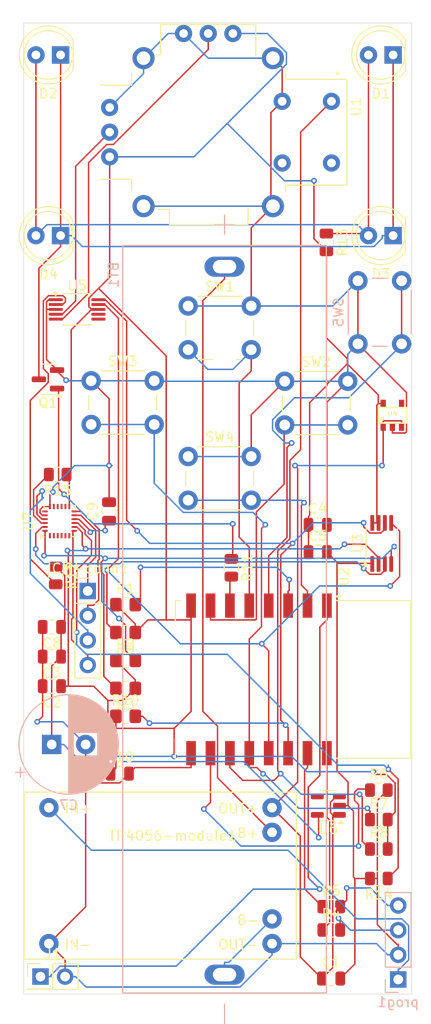
<source format=kicad_pcb>
(kicad_pcb (version 20240108) (generator "pcbnew") (generator_version "8.0")
  (layers (0 "F.Cu" signal) (31 "B.Cu" signal) (34 "B.Paste" user) (35 "F.Paste" user) (36 "B.SilkS" user "B.Silkscreen") (37 "F.SilkS" user "F.Silkscreen") (38 "B.Mask" user) (39 "F.Mask" user) (44 "Edge.Cuts" user))
  (net 0 "")
  (net 1 "+3.3V")
  (net 2 "GND")
  (net 3 "+5C")
  (net 4 "Net-(TP4056-module1-b-)")
  (net 5 "/tx-out")
  (net 6 "Net-(D1-K)")
  (net 7 "/rx-out")
  (net 8 "Net-(TP4056-module1-b+)")
  (net 9 "Net-(J1-Pin_1)")
  (net 10 "/tx")
  (net 11 "/SCL")
  (net 12 "/SDA")
  (net 13 "/btnA")
  (net 14 "/btn_103-530")
  (net 15 "/btnY")
  (net 16 "/btnB")
  (net 17 "/btnX")
  (net 18 "/analog0")
  (net 19 "/analog1")
  (net 20 "Net-(D1-A)")
  (net 21 "+4.2V")
  (net 23 "+1.8V")
  (net 24 "/SCL_1.8")
  (net 25 "/SDA_1.8")
  (net 26 "/rx")
  (net 27 "Net-(Q1-B)")
  (net 28 "/led-output")
  (net 29 "Net-(U7-REGOUT)")
  (net 30 "/aux_cl")
  (net 31 "Net-(ICM-conn1-Pin_2)")
  (net 32 "/aux-da")
  (net 33 "Net-(ICM-conn1-Pin_1)")
  (net 34 "Net-(U2-EN)")
  (net 35 "Net-(U2-GPIO15)")
  (net 36 "Net-(U5-ALERT{slash}RDY)")
  (net 37 "Net-(U7-SDO{slash}AD0)")
  (net 38 "Net-(U7-~{CS})")
  (net 39 "Net-(SW4-D)")
  (footprint "LED_THT:LED_D5.0mm" (layer "F.Cu") (at 125.4 46.8 180)
    (property "Reference" "D2")
    (property "Value" "LED")
  )
  (footprint "Resistor_SMD:R_0805_2012Metric" (layer "F.Cu") (at 153.3 136.9)
    (property "Reference" "R4")
    (property "Value" "R-100")
  )
  (footprint "Resistor_SMD:R_0805_2012Metric" (layer "F.Cu") (at 152.8 66.1 -90)
    (property "Reference" "R13")
    (property "Value" "R-100")
  )
  (footprint "Resistor_SMD:R_0805_2012Metric" (layer "F.Cu") (at 158.2 131.6 180)
    (property "Reference" "R14")
    (property "Value" "R-10k")
  )
  (footprint "Sensor_Motion:InvenSense_QFN-24_3x3mm_P0.4mm" (layer "F.Cu") (at 125.3 94.8 90)
    (property "Reference" "U7")
    (property "Value" "ICM-20948")
  )
  (footprint "module-custom-for-esp8266:SW_PUSH_6mm_H4.3mm" (layer "F.Cu") (at 128.55 80.35)
    (property "Reference" "SW3")
    (property "Value" "SW_PUSH_6mm_H4.3mm")
  )
  (footprint "module-custom-for-esp8266:XDCR_COM-09032-103-530" (layer "F.Cu") (at 140.6187 54.75 -90)
    (property "Reference" "U1")
    (property "Value" "COM-09032-103-530")
  )
  (footprint "LED_THT:LED_D5.0mm" (layer "F.Cu") (at 159.675 65.4 180)
    (property "Reference" "D3")
    (property "Value" "LED")
  )
  (footprint "module-custom-for-esp8266:SOT25" (layer "F.Cu") (at 159.6 83.9)
    (property "Reference" "U4")
    (property "Value" "AP2112K-3.3" (hide yes))
  )
  (footprint "Connector_PinHeader_2.54mm:PinHeader_2x01_P2.54mm_Vertical" (layer "F.Cu") (at 123.325 141.7)
    (property "Reference" "J1")
    (property "Value" "reset")
  )
  (footprint "Capacitor_SMD:C_0805_2012Metric" (layer "F.Cu") (at 130.4 93.8 90)
    (property "Reference" "C9")
    (property "Value" "0.1uF")
  )
  (footprint "Capacitor_SMD:C_0805_2012Metric" (layer "F.Cu") (at 124.5 105.7 180)
    (property "Reference" "C8")
    (property "Value" "0.1uF")
  )
  (footprint "Resistor_SMD:R_0805_2012Metric" (layer "F.Cu") (at 158.2 125.5333)
    (property "Reference" "R7")
    (property "Value" "R-10k")
  )
  (footprint "Capacitor_SMD:C_0805_2012Metric" (layer "F.Cu") (at 124.5 108.75 180)
    (property "Reference" "C3")
    (property "Value" "0.1uF")
  )
  (footprint "Package_SO:VSSOP-10_3x3mm_P0.5mm" (layer "F.Cu") (at 127.1 73)
    (property "Reference" "U5")
    (property "Value" "ADS1015IDGS")
  )
  (footprint "Package_TO_SOT_SMD:SOT-23" (layer "F.Cu") (at 124.1 80.2 180)
    (property "Reference" "Q1")
    (property "Value" "G1")
  )
  (footprint "Package_TO_SOT_SMD:SOT-23-5" (layer "F.Cu") (at 153 124.1 180)
    (property "Reference" "U6")
    (property "Value" "ME6211C18M5")
  )
  (footprint "Resistor_SMD:R_0805_2012Metric_Pad1.20x1.40mm_HandSolder" (layer "F.Cu") (at 132.1 103.4)
    (property "Reference" "R1")
    (property "Value" "4k7")
  )
  (footprint "module-custom-for-esp8266:SW_PUSH_6mm_H4.3mm" (layer "F.Cu") (at 138.55 88.15)
    (property "Reference" "SW4")
    (property "Value" "btn-start")
  )
  (footprint "Connector_PinHeader_2.54mm:PinHeader_1x04_P2.54mm_Vertical" (layer "F.Cu") (at 128.2 102)
    (property "Reference" "ICM-conn1")
    (property "Value" "AUX-ICM-no!")
  )
  (footprint "Resistor_SMD:R_0805_2012Metric" (layer "F.Cu") (at 153.3 134.5)
    (property "Reference" "R5")
    (property "Value" "R-100")
  )
  (footprint "Resistor_SMD:R_0805_2012Metric_Pad1.20x1.40mm_HandSolder" (layer "F.Cu") (at 132.1 112.025 180)
    (property "Reference" "R3")
    (property "Value" "4k7")
  )
  (footprint "Capacitor_SMD:C_0805_2012Metric" (layer "F.Cu") (at 151.9 95.185)
    (property "Reference" "C4")
    (property "Value" "0.1uF")
  )
  (footprint "Resistor_SMD:R_0805_2012Metric_Pad1.20x1.40mm_HandSolder" (layer "F.Cu") (at 132.1 114.9)
    (property "Reference" "R10")
    (property "Value" "4k7")
  )
  (footprint "Resistor_SMD:R_0805_2012Metric" (layer "F.Cu") (at 124.9 100.4 -90)
    (property "Reference" "R12")
    (property "Value" "R-10k")
  )
  (footprint "module-custom-for-esp8266:ESP-12E_no_pins" (layer "F.Cu") (at 149.35 111.1 -90)
    (property "Reference" "U2")
    (property "Value" "ESP-12E-no_pins")
  )
  (footprint "Resistor_SMD:R_0805_2012Metric_Pad1.20x1.40mm_HandSolder" (layer "F.Cu") (at 132.1 106.275 180)
    (property "Reference" "R9")
    (property "Value" "4k7")
  )
  (footprint "Capacitor_SMD:C_0805_2012Metric" (layer "F.Cu") (at 124.5 111.8 180)
    (property "Reference" "C2")
    (property "Value" "0.1uF")
  )
  (footprint "Resistor_SMD:R_0805_2012Metric" (layer "F.Cu") (at 143 99.6 -90)
    (property "Reference" "R11")
    (property "Value" "R-1k")
  )
  (footprint "LED_THT:LED_D5.0mm" (layer "F.Cu") (at 159.675 46.8 180)
    (property "Reference" "D1")
    (property "Value" "LED")
  )
  (footprint "Package_SO:MSOP-8_3x3mm_P0.65mm" (layer "F.Cu") (at 158.5 97.1 90)
    (property "Reference" "U3")
    (property "Value" "PCA9306")
  )
  (footprint "LED_THT:LED_D5.0mm" (layer "F.Cu") (at 125.4 65.4 180)
    (property "Reference" "D4")
    (property "Value" "LED")
  )
  (footprint "Capacitor_SMD:C_0805_2012Metric" (layer "F.Cu") (at 153.28 141.9)
    (property "Reference" "C1")
    (property "Value" "0.1uF")
  )
  (footprint "module-custom-for-esp8266:TP4056-Module" (layer "F.Cu") (at 121.695 139.905)
    (property "Reference" "TP4056-module1")
    (property "Value" "~")
  )
  (footprint "Resistor_SMD:R_0805_2012Metric" (layer "F.Cu") (at 125.1 90 180)
    (property "Reference" "R15")
    (property "Value" "R-10k")
  )
  (footprint "module-custom-for-esp8266:SW_PUSH_6mm_H4.3mm" (layer "F.Cu") (at 148.5 80.4)
    (property "Reference" "SW2")
    (property "Value" "SW_PUSH_6mm_H4.3mm")
  )
  (footprint "Resistor_SMD:R_0805_2012Metric_Pad1.20x1.40mm_HandSolder" (layer "F.Cu") (at 132.1 109.15)
    (property "Reference" "R2")
    (property "Value" "4k7")
  )
  (footprint "Resistor_SMD:R_0805_2012Metric" (layer "F.Cu") (at 158.2 128.5667)
    (property "Reference" "R8")
    (property "Value" "R-10k")
  )
  (footprint "Capacitor_SMD:C_0805_2012Metric" (layer "F.Cu") (at 151.9 98)
    (property "Reference" "C5")
    (property "Value" "10uF")
  )
  (footprint "Capacitor_SMD:C_0805_2012Metric" (layer "F.Cu") (at 131.5 120.8)
    (property "Reference" "C10")
    (property "Value" "10uF")
  )
  (footprint "module-custom-for-esp8266:SW_PUSH_6mm_H4.3mm" (layer "F.Cu") (at 138.55 72.65)
    (property "Reference" "SW1")
    (property "Value" "SW_PUSH_6mm_H4.3mm")
  )
  (footprint "Resistor_SMD:R_0805_2012Metric" (layer "F.Cu") (at 158.2 122.5)
    (property "Reference" "R6")
    (property "Value" "R-10k")
  )
  (footprint "module-custom-for-esp8266:BAT_BK-18650-PC2-battery-holder" (layer "B.Cu") (at 142.3 104.9 -90)
    (property "Reference" "BT1")
    (property "Value" "BK-18650-PC2")
  )
  (footprint "Connector_PinHeader_2.54mm:PinHeader_1x04_P2.54mm_Vertical" (layer "B.Cu") (at 160.2 142)
    (property "Reference" "prog1")
    (property "Value" "prog")
  )
  (footprint "module-custom-for-esp8266:SW_PUSH_6mm_H4.3mm" (layer "B.Cu") (at 156.05 70.05 -90)
    (property "Reference" "SW5")
    (property "Value" "SW_PUSH_6mm_H4.3mm")
  )
  (footprint "Capacitor_THT:CP_Radial_D10.0mm_P3.50mm" (layer "B.Cu") (at 124.4823 117.8)
    (property "Reference" "C7")
    (property "Value" "C_Electrolitic_3.3V")
  )
  (gr_rect (start 121.6 43.5) (end 161.6 143.5) (stroke (width 0.05)) (fill none) (layer "Edge.Cuts"))
  (segment (start 152.8701 80.7972) (end 152.8701 80.6846) (width 0.15) (layer "F.Cu") (net 1))
  (segment (start 126.3 90.2875) (end 126.3 93.3) (width 0.15) (layer "F.Cu") (net 1))
  (segment (start 150.95 95.185) (end 150.95 94.319) (width 0.15) (layer "F.Cu") (net 1))
  (segment (start 158.9802 120.8845) (end 159.8813 121.7856) (width 0.15) (layer "F.Cu") (net 1))
  (segment (start 125.45 105.7) (end 125.8321 105.3179) (width 0.15) (layer "F.Cu") (net 1))
  (segment (start 126.0125 90) (end 126.4953 89.5172) (width 0.15) (layer "F.Cu") (net 1))
  (segment (start 158.1483 82.7) (end 157.9997 82.8486) (width 0.15) (layer "F.Cu") (net 1))
  (segment (start 125.8321 100.4196) (end 124.9 99.4875) (width 0.15) (layer "F.Cu") (net 1))
  (segment (start 159.8813 124.7645) (end 159.1125 125.5333) (width 0.15) (layer "F.Cu") (net 1))
  (segment (start 157.9997 94.9875) (end 157.525 94.9875) (width 0.15) (layer "F.Cu") (net 1))
  (segment (start 152.8701 80.6846) (end 154.9473 78.6074) (width 0.15) (layer "F.Cu") (net 1))
  (segment (start 152.8 67.0125) (end 151.5177 65.7302) (width 0.15) (layer "F.Cu") (net 1))
  (segment (start 152.8 75.9253) (end 152.8 67.0125) (width 0.15) (layer "F.Cu") (net 1))
  (segment (start 158.1483 82.7) (end 158.1483 81.8085) (width 0.15) (layer "F.Cu") (net 1))
  (segment (start 157.6456 120.6028) (end 157.9273 120.8845) (width 0.15) (layer "F.Cu") (net 1))
  (segment (start 136.2851 77.793) (end 129.3201 70.8279) (width 0.15) (layer "F.Cu") (net 1))
  (segment (start 138.85 114.3962) (end 137.1038 116.1424) (width 0.15) (layer "F.Cu") (net 1))
  (segment (start 126.0125 90) (end 126.3 90.2875) (width 0.15) (layer "F.Cu") (net 1))
  (segment (start 125.45 108.75) (end 125.45 105.7) (width 0.15) (layer "F.Cu") (net 1))
  (segment (start 151.0717 82.5956) (end 152.8701 80.7972) (width 0.15) (layer "F.Cu") (net 1))
  (segment (start 154.9472 78.6074) (end 154.9472 78.0725) (width 0.15) (layer "F.Cu") (net 1))
  (segment (start 158.175 94.9875) (end 157.9997 94.9875) (width 0.15) (layer "F.Cu") (net 1))
  (segment (start 150.95 94.319) (end 151.0717 94.1973) (width 0.15) (layer "F.Cu") (net 1))
  (segment (start 128.3154 72.7192) (end 128.3154 71.8326) (width 0.15) (layer "F.Cu") (net 1))
  (segment (start 133.1 106.275) (end 134.3983 104.9767) (width 0.15) (layer "F.Cu") (net 1))
  (segment (start 130.4587 69.6893) (end 130.4587 57.29) (width 0.15) (layer "F.Cu") (net 1))
  (segment (start 158.1483 81.8085) (end 154.9473 78.6074) (width 0.15) (layer "F.Cu") (net 1))
  (segment (start 157.6456 120.6028) (end 157.9273 120.8845) (width 0.15) (layer "F.Cu") (net 1))
  (segment (start 150.95 98) (end 150.95 95.185) (width 0.15) (layer "F.Cu") (net 1))
  (segment (start 157.9997 82.8486) (end 157.9997 94.9875) (width 0.15) (layer "F.Cu") (net 1))
  (segment (start 125.8321 105.3179) (end 125.8321 100.4196) (width 0.15) (layer "F.Cu") (net 1))
  (segment (start 131.1 116.1424) (end 131.1 120.25) (width 0.15) (layer "F.Cu") (net 1))
  (segment (start 131.1 114.9) (end 131.1 116.1424) (width 0.15) (layer "F.Cu") (net 1))
  (segment (start 126.4953 89.5172) (end 126.4953 75.1009) (width 0.15) (layer "F.Cu") (net 1))
  (segment (start 136.2851 104.9767) (end 136.2851 77.793) (width 0.15) (layer "F.Cu") (net 1))
  (segment (start 154.9473 78.6074) (end 154.9472 78.6074) (width 0.15) (layer "F.Cu") (net 1))
  (segment (start 134.3983 104.9767) (end 136.2851 104.9767) (width 0.15) (layer "F.Cu") (net 1))
  (segment (start 128.5962 73) (end 128.3154 72.7192) (width 0.15) (layer "F.Cu") (net 1))
  (segment (start 157.9273 120.8845) (end 157.6456 120.6028) (width 0.15) (layer "F.Cu") (net 1))
  (segment (start 124.4823 117.8) (end 124.4823 109.7177) (width 0.15) (layer "F.Cu") (net 1))
  (segment (start 133.1 105.4) (end 133.1 106.275) (width 0.15) (layer "F.Cu") (net 1))
  (segment (start 151.0717 94.1973) (end 151.0717 82.5956) (width 0.15) (layer "F.Cu") (net 1))
  (segment (start 154.9472 78.0725) (end 152.8 75.9253) (width 0.15) (layer "F.Cu") (net 1))
  (segment (start 138.85 103.5) (end 138.85 104.9767) (width 0.15) (layer "F.Cu") (net 1))
  (segment (start 157.9273 120.8845) (end 158.9802 120.8845) (width 0.15) (layer "F.Cu") (net 1))
  (segment (start 128.3154 71.8326) (end 129.3201 70.8279) (width 0.15) (layer "F.Cu") (net 1))
  (segment (start 138.85 104.9767) (end 138.85 114.3962) (width 0.15) (layer "F.Cu") (net 1))
  (segment (start 131.1 120.25) (end 130.55 120.8) (width 0.15) (layer "F.Cu") (net 1))
  (segment (start 158.65 82.7) (end 158.1483 82.7) (width 0.15) (layer "F.Cu") (net 1))
  (segment (start 137.1038 116.1424) (end 131.1 116.1424) (width 0.15) (layer "F.Cu") (net 1))
  (segment (start 137.1038 116.1424) (end 137.1038 119.0267) (width 0.15) (layer "F.Cu") (net 1))
  (segment (start 126.4953 75.1009) (end 128.5962 73) (width 0.15) (layer "F.Cu") (net 1))
  (segment (start 128.5962 73) (end 129.3 73) (width 0.15) (layer "F.Cu") (net 1))
  (segment (start 159.8813 121.7856) (end 159.8813 124.7645) (width 0.15) (layer "F.Cu") (net 1))
  (segment (start 129.3201 70.8279) (end 130.4587 69.6893) (width 0.15) (layer "F.Cu") (net 1))
  (segment (start 136.2851 104.9767) (end 138.85 104.9767) (width 0.15) (layer "F.Cu") (net 1))
  (segment (start 124.4823 109.7177) (end 125.45 108.75) (width 0.15) (layer "F.Cu") (net 1))
  (segment (start 151.5177 65.7302) (end 151.5177 59.7523) (width 0.15) (layer "F.Cu") (net 1))
  (segment (start 131.1 103.4) (end 133.1 105.4) (width 0.15) (layer "F.Cu") (net 1))
  (segment (start 159.1125 128.5667) (end 159.1125 125.5333) (width 0.15) (layer "F.Cu") (net 1))
  (via (at 137.1038 119.0267) (size 0.6) (drill 0.3) (layers "F.Cu" "B.Cu") (net 1))
  (via (at 151.5177 59.7523) (size 0.6) (drill 0.3) (layers "F.Cu" "B.Cu") (net 1))
  (via (at 157.6456 120.6028) (size 0.6) (drill 0.3) (layers "F.Cu" "B.Cu") (net 1))
  (segment (start 157.6456 120.6028) (end 157.9273 120.8845) (width 0.15) (layer "B.Cu") (net 1))
  (segment (start 149.2155 119.0267) (end 137.1038 119.0267) (width 0.15) (layer "B.Cu") (net 1))
  (segment (start 124.4823 117.8) (end 125.709 117.8) (width 0.15) (layer "B.Cu") (net 1))
  (segment (start 142.5741 53.8535) (end 139.1376 57.29) (width 0.15) (layer "B.Cu") (net 1))
  (segment (start 143.1587 44.59) (end 146.712 44.59) (width 0.15) (layer "B.Cu") (net 1))
  (segment (start 157.9273 120.8845) (end 157.6456 120.6028) (width 0.15) (layer "B.Cu") (net 1))
  (segment (start 150.7916 120.6028) (end 149.2155 119.0267) (width 0.15) (layer "B.Cu") (net 1))
  (segment (start 148.6794 47.7482) (end 142.5741 53.8535) (width 0.15) (layer "B.Cu") (net 1))
  (segment (start 137.1038 119.0267) (end 126.9357 119.0267) (width 0.15) (layer "B.Cu") (net 1))
  (segment (start 148.6794 46.5574) (end 148.6794 47.7482) (width 0.15) (layer "B.Cu") (net 1))
  (segment (start 157.6456 120.6028) (end 150.7916 120.6028) (width 0.15) (layer "B.Cu") (net 1))
  (segment (start 139.1376 57.29) (end 130.4587 57.29) (width 0.15) (layer "B.Cu") (net 1))
  (segment (start 151.5177 59.7523) (end 148.4729 59.7523) (width 0.15) (layer "B.Cu") (net 1))
  (segment (start 126.9357 119.0267) (end 125.709 117.8) (width 0.15) (layer "B.Cu") (net 1))
  (segment (start 148.4729 59.7523) (end 142.5741 53.8535) (width 0.15) (layer "B.Cu") (net 1))
  (segment (start 146.712 44.59) (end 148.6794 46.5574) (width 0.15) (layer "B.Cu") (net 1))
  (segment (start 124.6 91.8) (end 124.3 92.1) (width 0.15) (layer "F.Cu") (net 2))
  (segment (start 123.55 105.7) (end 123.55 108.75) (width 0.15) (layer "F.Cu") (net 2))
  (segment (start 130.4 89.7869) (end 130.4 89.8179) (width 0.15) (layer "F.Cu") (net 2))
  (segment (start 152.85 95.185) (end 152.85 82.55) (width 0.15) (layer "F.Cu") (net 2))
  (segment (start 159.6 85.1) (end 159.6 85.7267) (width 0.15) (layer "F.Cu") (net 2))
  (segment (start 160.0654 138.3833) (end 158.05 136.3679) (width 0.15) (layer "F.Cu") (net 2))
  (segment (start 153.8922 120.519) (end 155.028 121.6548) (width 0.15) (layer "F.Cu") (net 2))
  (segment (start 153.8922 99.0422) (end 153.8922 99.1533) (width 0.15) (layer "F.Cu") (net 2))
  (segment (start 155.5862 124.6597) (end 155.5862 131.4529) (width 0.15) (layer "F.Cu") (net 2))
  (segment (start 155.7333 131.6) (end 157.2875 131.6) (width 0.15) (layer "F.Cu") (net 2))
  (segment (start 154.23 141.9) (end 155.7333 140.3967) (width 0.15) (layer "F.Cu") (net 2))
  (segment (start 123.6067 93.3) (end 124.3 93.3) (width 0.15) (layer "F.Cu") (net 2))
  (segment (start 152.85 98) (end 152.85 95.185) (width 0.15) (layer "F.Cu") (net 2))
  (segment (start 127.9823 134.5177) (end 127.9823 121.7576) (width 0.15) (layer "F.Cu") (net 2))
  (segment (start 124.3 91.6347) (end 124.667 91.2677) (width 0.15) (layer "F.Cu") (net 2))
  (segment (start 124.3 92.1) (end 124.3 93.3) (width 0.15) (layer "F.Cu") (net 2))
  (segment (start 161.0517 81.5517) (end 156.05 76.55) (width 0.15) (layer "F.Cu") (net 2))
  (segment (start 145.05 83.85) (end 148.5 80.4) (width 0.15) (layer "F.Cu") (net 2))
  (segment (start 158.05 123.5625) (end 158.05 131.6) (width 0.15) (layer "F.Cu") (net 2))
  (segment (start 155.0265 124.1) (end 155.5862 124.6597) (width 0.15) (layer "F.Cu") (net 2))
  (segment (start 156.05 70.05) (end 156.05 76.55) (width 0.15) (layer "F.Cu") (net 2))
  (segment (start 130.4 89.8179) (end 130.4 92.85) (width 0.15) (layer "F.Cu") (net 2))
  (segment (start 123.55 114.9053) (end 123.55 111.8) (width 0.15) (layer "F.Cu") (net 2))
  (segment (start 147.2862 47.13) (end 148.2387 48.0825) (width 0.15) (layer "F.Cu") (net 2))
  (segment (start 138.85 120.1767) (end 133.0733 120.1767) (width 0.15) (layer "F.Cu") (net 2))
  (segment (start 123.55 108.75) (end 123.55 111.8) (width 0.15) (layer "F.Cu") (net 2))
  (segment (start 123.2836 93.9722) (end 123.2836 93.6231) (width 0.15) (layer "F.Cu") (net 2))
  (segment (start 157.525 99.2125) (end 157.4658 99.1533) (width 0.15) (layer "F.Cu") (net 2))
  (segment (start 152.85 98) (end 153.8922 99.0422) (width 0.15) (layer "F.Cu") (net 2))
  (segment (start 131.4924 121.7576) (end 127.9823 121.7576) (width 0.15) (layer "F.Cu") (net 2))
  (segment (start 125.865 141.7) (end 125.865 139.975) (width 0.15) (layer "F.Cu") (net 2))
  (segment (start 161.0517 85.6108) (end 161.0517 81.5517) (width 0.15) (layer "F.Cu") (net 2))
  (segment (start 152.85 82.55) (end 155 80.4) (width 0.15) (layer "F.Cu") (net 2))
  (segment (start 123.2836 93.6231) (end 123.6067 93.3) (width 0.15) (layer "F.Cu") (net 2))
  (segment (start 125.0375 79.3618) (end 125.9672 80.2915) (width 0.15) (layer "F.Cu") (net 2))
  (segment (start 155.028 124.0985) (end 155.0265 124.1) (width 0.15) (layer "F.Cu") (net 2))
  (segment (start 159.1125 122.5) (end 158.05 123.5625) (width 0.15) (layer "F.Cu") (net 2))
  (segment (start 128.55 80.35) (end 130.4 82.2) (width 0.15) (layer "F.Cu") (net 2))
  (segment (start 147.2862 62.37) (end 145.05 64.6062) (width 0.15) (layer "F.Cu") (net 2))
  (segment (start 124.667 91.2677) (end 124.3 91.6347) (width 0.15) (layer "F.Cu") (net 2))
  (segment (start 155.7333 140.3967) (end 155.7333 131.6) (width 0.15) (layer "F.Cu") (net 2))
  (segment (start 130.4 89.0786) (end 130.6989 89.0786) (width 0.15) (layer "F.Cu") (net 2))
  (segment (start 125.0375 79.25) (end 123.9478 78.1603) (width 0.15) (layer "F.Cu") (net 2))
  (segment (start 158.05 136.3679) (end 158.05 131.6) (width 0.15) (layer "F.Cu") (net 2))
  (segment (start 154.1375 124.1) (end 155.0265 124.1) (width 0.15) (layer "F.Cu") (net 2))
  (segment (start 160.9358 85.7267) (end 161.0517 85.6108) (width 0.15) (layer "F.Cu") (net 2))
  (segment (start 123.9478 73) (end 123.9478 72.2223) (width 0.15) (layer "F.Cu") (net 2))
  (segment (start 148.2387 51.575) (end 147.0793 52.7344) (width 0.15) (layer "F.Cu") (net 2))
  (segment (start 157.4658 99.1533) (end 153.8922 99.1533) (width 0.15) (layer "F.Cu") (net 2))
  (segment (start 123.9478 78.1603) (end 123.9478 73) (width 0.15) (layer "F.Cu") (net 2))
  (segment (start 123.9478 72.2223) (end 124.1701 72) (width 0.15) (layer "F.Cu") (net 2))
  (segment (start 132.45 120.8) (end 131.4924 121.7576) (width 0.15) (layer "F.Cu") (net 2))
  (segment (start 123.9478 73) (end 124.9 73) (width 0.15) (layer "F.Cu") (net 2))
  (segment (start 133.0733 120.1767) (end 132.45 120.8) (width 0.15) (layer "F.Cu") (net 2))
  (segment (start 125.0375 79.25) (end 125.0375 79.3618) (width 0.15) (layer "F.Cu") (net 2))
  (segment (start 155.028 121.6548) (end 155.028 124.0985) (width 0.15) (layer "F.Cu") (net 2))
  (segment (start 160.2 138.3833) (end 160.0654 138.3833) (width 0.15) (layer "F.Cu") (net 2))
  (segment (start 123.8 94.2) (end 123.5114 94.2) (width 0.15) (layer "F.Cu") (net 2))
  (segment (start 153.8922 99.1533) (end 153.8922 120.519) (width 0.15) (layer "F.Cu") (net 2))
  (segment (start 138.85 118.7) (end 138.85 120.1767) (width 0.15) (layer "F.Cu") (net 2))
  (segment (start 160.2 139.46) (end 160.2 138.3833) (width 0.15) (layer "F.Cu") (net 2))
  (segment (start 158.05 131.6) (end 157.2875 131.6) (width 0.15) (layer "F.Cu") (net 2))
  (segment (start 130.4 82.2) (end 130.4 89.0786) (width 0.15) (layer "F.Cu") (net 2))
  (segment (start 147.0793 62.1631) (end 147.2862 62.37) (width 0.15) (layer "F.Cu") (net 2))
  (segment (start 145.05 64.6062) (end 145.05 72.65) (width 0.15) (layer "F.Cu") (net 2))
  (segment (start 147.0793 52.7344) (end 147.0793 62.1631) (width 0.15) (layer "F.Cu") (net 2))
  (segment (start 130.4 89.0786) (end 130.4 89.519) (width 0.15) (layer "F.Cu") (net 2))
  (segment (start 130.4 89.519) (end 130.4 89.7869) (width 0.15) (layer "F.Cu") (net 2))
  (segment (start 155.5862 131.4529) (end 155.7333 131.6) (width 0.15) (layer "F.Cu") (net 2))
  (segment (start 125.865 139.975) (end 124.195 138.305) (width 0.15) (layer "F.Cu") (net 2))
  (segment (start 124.1701 72) (end 124.9 72) (width 0.15) (layer "F.Cu") (net 2))
  (segment (start 145.05 88.15) (end 145.05 83.85) (width 0.15) (layer "F.Cu") (net 2))
  (segment (start 159.6 85.7267) (end 160.9358 85.7267) (width 0.15) (layer "F.Cu") (net 2))
  (segment (start 123.5114 94.2) (end 123.2836 93.9722) (width 0.15) (layer "F.Cu") (net 2))
  (segment (start 130.6989 89.0786) (end 130.4 89.0786) (width 0.15) (layer "F.Cu") (net 2))
  (segment (start 148.2387 48.0825) (end 148.2387 51.575) (width 0.15) (layer "F.Cu") (net 2))
  (segment (start 122.9908 115.4645) (end 123.55 114.9053) (width 0.15) (layer "F.Cu") (net 2))
  (segment (start 124.195 138.305) (end 127.9823 134.5177) (width 0.15) (layer "F.Cu") (net 2))
  (segment (start 127.9823 121.7576) (end 127.9823 117.8) (width 0.15) (layer "F.Cu") (net 2))
  (via (at 130.4 89.0786) (size 0.6) (drill 0.3) (layers "F.Cu" "B.Cu") (net 2))
  (via (at 125.9672 80.2915) (size 0.6) (drill 0.3) (layers "F.Cu" "B.Cu") (net 2))
  (via (at 124.6 91.8) (size 0.6) (drill 0.3) (layers "F.Cu" "B.Cu") (net 2))
  (via (at 122.9908 115.4645) (size 0.6) (drill 0.3) (layers "F.Cu" "B.Cu") (net 2))
  (segment (start 135.1 80.4) (end 135.05 80.35) (width 0.15) (layer "B.Cu") (net 2))
  (segment (start 128.55 80.35) (end 126.0257 80.35) (width 0.15) (layer "B.Cu") (net 2))
  (segment (start 124.6 91.8) (end 124.6 91.3347) (width 0.15) (layer "B.Cu") (net 2))
  (segment (start 155 77.6) (end 156.05 76.55) (width 0.15) (layer "B.Cu") (net 2))
  (segment (start 125.6468 115.4645) (end 122.9908 115.4645) (width 0.15) (layer "B.Cu") (net 2))
  (segment (start 157.9683 138.305) (end 159.1233 139.46) (width 0.15) (layer "B.Cu") (net 2))
  (segment (start 136.4912 44.59) (end 133.9512 47.13) (width 0.15) (layer "B.Cu") (net 2))
  (segment (start 130.6989 89.0786) (end 130.4 89.0786) (width 0.15) (layer "B.Cu") (net 2))
  (segment (start 140.6187 47.13) (end 147.2862 47.13) (width 0.15) (layer "B.Cu") (net 2))
  (segment (start 124.3 91.6347) (end 124.4653 91.8) (width 0.15) (layer "B.Cu") (net 2))
  (segment (start 145.05 72.65) (end 153.45 72.65) (width 0.15) (layer "B.Cu") (net 2))
  (segment (start 133.9512 48.7175) (end 133.9512 47.13) (width 0.15) (layer "B.Cu") (net 2))
  (segment (start 138.0787 44.59) (end 140.6187 47.13) (width 0.15) (layer "B.Cu") (net 2))
  (segment (start 143.9008 142.7776) (end 147.195 139.4834) (width 0.15) (layer "B.Cu") (net 2))
  (segment (start 135.05 80.35) (end 128.55 80.35) (width 0.15) (layer "B.Cu") (net 2))
  (segment (start 126.8561 89.0786) (end 130.6989 89.0786) (width 0.15) (layer "B.Cu") (net 2))
  (segment (start 126.0257 80.35) (end 125.9672 80.2915) (width 0.15) (layer "B.Cu") (net 2))
  (segment (start 155 80.4) (end 148.5 80.4) (width 0.15) (layer "B.Cu") (net 2))
  (segment (start 125.865 141.7) (end 126.9417 141.7) (width 0.15) (layer "B.Cu") (net 2))
  (segment (start 153.45 72.65) (end 156.05 70.05) (width 0.15) (layer "B.Cu") (net 2))
  (segment (start 145.05 88.15) (end 138.55 88.15) (width 0.15) (layer "B.Cu") (net 2))
  (segment (start 130.4587 52.21) (end 133.9512 48.7175) (width 0.15) (layer "B.Cu") (net 2))
  (segment (start 138.0787 44.59) (end 136.4912 44.59) (width 0.15) (layer "B.Cu") (net 2))
  (segment (start 126.9417 141.7) (end 128.0193 142.7776) (width 0.15) (layer "B.Cu") (net 2))
  (segment (start 124.667 91.2677) (end 124.3 91.6347) (width 0.15) (layer "B.Cu") (net 2))
  (segment (start 138.55 72.65) (end 145.05 72.65) (width 0.15) (layer "B.Cu") (net 2))
  (segment (start 128.0193 142.7776) (end 143.9008 142.7776) (width 0.15) (layer "B.Cu") (net 2))
  (segment (start 124.4653 91.8) (end 124.6 91.8) (width 0.15) (layer "B.Cu") (net 2))
  (segment (start 160.2 139.46) (end 159.1233 139.46) (width 0.15) (layer "B.Cu") (net 2))
  (segment (start 147.195 139.4834) (end 147.195 138.305) (width 0.15) (layer "B.Cu") (net 2))
  (segment (start 155 80.4) (end 155 77.6) (width 0.15) (layer "B.Cu") (net 2))
  (segment (start 127.9823 117.8) (end 125.6468 115.4645) (width 0.15) (layer "B.Cu") (net 2))
  (segment (start 147.195 138.305) (end 157.9683 138.305) (width 0.15) (layer "B.Cu") (net 2))
  (segment (start 124.6 91.3347) (end 126.8561 89.0786) (width 0.15) (layer "B.Cu") (net 2))
  (segment (start 133.9512 62.37) (end 147.2862 62.37) (width 0.15) (layer "B.Cu") (net 2))
  (segment (start 148.5 80.4) (end 135.1 80.4) (width 0.15) (layer "B.Cu") (net 2))
  (segment (start 160.2 140.9233) (end 160.3347 140.9233) (width 0.15) (layer "B.Cu") (net 3))
  (segment (start 148.8454 128.6903) (end 128.5803 128.6903) (width 0.15) (layer "B.Cu") (net 3))
  (segment (start 155.9113 135.7562) (end 148.8454 128.6903) (width 0.15) (layer "B.Cu") (net 3))
  (segment (start 160.5771 135.7562) (end 155.9113 135.7562) (width 0.15) (layer "B.Cu") (net 3))
  (segment (start 161.2767 139.9813) (end 161.2767 136.4558) (width 0.15) (layer "B.Cu") (net 3))
  (segment (start 161.2767 136.4558) (end 160.5771 135.7562) (width 0.15) (layer "B.Cu") (net 3))
  (segment (start 160.2 142) (end 160.2 140.9233) (width 0.15) (layer "B.Cu") (net 3))
  (segment (start 128.5803 128.6903) (end 124.195 124.305) (width 0.15) (layer "B.Cu") (net 3))
  (segment (start 160.3347 140.9233) (end 161.2767 139.9813) (width 0.15) (layer "B.Cu") (net 3))
  (segment (start 142.3 141.5) (end 142.3 140.2383) (width 0.15) (layer "B.Cu") (net 4))
  (segment (start 142.7217 140.2383) (end 142.3 140.2383) (width 0.15) (layer "B.Cu") (net 4))
  (segment (start 147.195 135.765) (end 142.7217 140.2383) (width 0.15) (layer "B.Cu") (net 4))
  (segment (start 154.0949 135.7392) (end 154.0557 135.7) (width 0.15) (layer "F.Cu") (net 5))
  (segment (start 154.2125 135.8568) (end 154.2125 136.9) (width 0.15) (layer "F.Cu") (net 5))
  (segment (start 154.0557 135.7) (end 154.2125 135.8568) (width 0.15) (layer "F.Cu") (net 5))
  (segment (start 154.0557 135.7) (end 154.0949 135.7392) (width 0.15) (layer "F.Cu") (net 5))
  (via (at 154.0557 135.7) (size 0.6) (drill 0.3) (layers "F.Cu" "B.Cu") (net 5))
  (segment (start 160.2 136.92) (end 155.2757 136.92) (width 0.15) (layer "B.Cu") (net 5))
  (segment (start 154.0949 135.7392) (end 154.0557 135.7) (width 0.15) (layer "B.Cu") (net 5))
  (segment (start 154.0557 135.7) (end 154.0949 135.7392) (width 0.15) (layer "B.Cu") (net 5))
  (segment (start 155.2757 136.92) (end 154.0557 135.7) (width 0.15) (layer "B.Cu") (net 5))
  (segment (start 159.675 65.4) (end 159.675 46.8) (width 0.15) (layer "F.Cu") (net 6))
  (segment (start 125.4 66.5267) (end 123.1625 68.7642) (width 0.15) (layer "F.Cu") (net 6))
  (segment (start 123.1625 68.7642) (end 123.1625 80.2) (width 0.15) (layer "F.Cu") (net 6))
  (segment (start 125.4 65.4) (end 125.4 66.5267) (width 0.15) (layer "F.Cu") (net 6))
  (segment (start 125.4 65.4) (end 125.4 46.8) (width 0.15) (layer "F.Cu") (net 6))
  (segment (start 158.5483 65.6817) (end 157.7033 66.5267) (width 0.15) (layer "B.Cu") (net 6))
  (segment (start 158.5483 65.4) (end 158.5483 65.6817) (width 0.15) (layer "B.Cu") (net 6))
  (segment (start 125.4 65.4) (end 126.5267 65.4) (width 0.15) (layer "B.Cu") (net 6))
  (segment (start 157.7033 66.5267) (end 127.6534 66.5267) (width 0.15) (layer "B.Cu") (net 6))
  (segment (start 159.675 65.4) (end 158.5483 65.4) (width 0.15) (layer "B.Cu") (net 6))
  (segment (start 127.6534 66.5267) (end 126.5267 65.4) (width 0.15) (layer "B.Cu") (net 6))
  (segment (start 154.2125 134.5) (end 154.8934 133.8191) (width 0.15) (layer "F.Cu") (net 7))
  (segment (start 154.8934 133.8191) (end 154.8934 132.5765) (width 0.15) (layer "F.Cu") (net 7))
  (via (at 154.8934 132.5765) (size 0.6) (drill 0.3) (layers "F.Cu" "B.Cu") (net 7))
  (segment (start 157.3198 132.5765) (end 159.1233 134.38) (width 0.15) (layer "B.Cu") (net 7))
  (segment (start 154.8934 132.5765) (end 157.3198 132.5765) (width 0.15) (layer "B.Cu") (net 7))
  (segment (start 160.2 134.38) (end 159.1233 134.38) (width 0.15) (layer "B.Cu") (net 7))
  (segment (start 140.064 114.3956) (end 141.5767 115.9083) (width 0.15) (layer "F.Cu") (net 8))
  (segment (start 142.3 68.6) (end 142.3 69.8617) (width 0.15) (layer "F.Cu") (net 8))
  (segment (start 141.5767 121.2267) (end 147.195 126.845) (width 0.15) (layer "F.Cu") (net 8))
  (segment (start 142.3 69.8617) (end 140.064 72.0977) (width 0.15) (layer "F.Cu") (net 8))
  (segment (start 141.5767 115.9083) (end 141.5767 121.2267) (width 0.15) (layer "F.Cu") (net 8))
  (segment (start 140.064 72.0977) (end 140.064 114.3956) (width 0.15) (layer "F.Cu") (net 8))
  (segment (start 150.925 131.5227) (end 152.0991 132.6968) (width 0.15) (layer "F.Cu") (net 9))
  (segment (start 152.1233 105.7034) (end 152.1233 120.9876) (width 0.15) (layer "F.Cu") (net 9))
  (segment (start 152.85 104.9767) (end 152.1233 105.7034) (width 0.15) (layer "F.Cu") (net 9))
  (segment (start 151.0901 131.6878) (end 152.0991 132.6968) (width 0.15) (layer "F.Cu") (net 9))
  (segment (start 152.0991 132.6968) (end 151.0901 131.6878) (width 0.15) (layer "F.Cu") (net 9))
  (segment (start 152.1233 120.9876) (end 150.925 122.1859) (width 0.15) (layer "F.Cu") (net 9))
  (segment (start 150.925 122.1859) (end 150.925 131.5227) (width 0.15) (layer "F.Cu") (net 9))
  (segment (start 152.85 103.5) (end 152.85 104.9767) (width 0.15) (layer "F.Cu") (net 9))
  (via (at 152.0991 132.6968) (size 0.6) (drill 0.3) (layers "F.Cu" "B.Cu") (net 9))
  (segment (start 137.3274 140.6233) (end 125.3437 140.6233) (width 0.15) (layer "B.Cu") (net 9))
  (segment (start 145.2539 132.6968) (end 137.3274 140.6233) (width 0.15) (layer "B.Cu") (net 9))
  (segment (start 152.0991 132.6968) (end 151.0901 131.6878) (width 0.15) (layer "B.Cu") (net 9))
  (segment (start 123.325 141.7) (end 124.4017 141.7) (width 0.15) (layer "B.Cu") (net 9))
  (segment (start 124.4017 141.5653) (end 124.4017 141.7) (width 0.15) (layer "B.Cu") (net 9))
  (segment (start 151.0901 131.6878) (end 152.0991 132.6968) (width 0.15) (layer "B.Cu") (net 9))
  (segment (start 125.3437 140.6233) (end 124.4017 141.5653) (width 0.15) (layer "B.Cu") (net 9))
  (segment (start 152.0991 132.6968) (end 145.2539 132.6968) (width 0.15) (layer "B.Cu") (net 9))
  (segment (start 153.1312 136.1563) (end 152.3875 136.9) (width 0.15) (layer "F.Cu") (net 10))
  (segment (start 152.85 118.7) (end 152.85 125.2996) (width 0.15) (layer "F.Cu") (net 10))
  (segment (start 152.85 125.2996) (end 153.1312 125.5808) (width 0.15) (layer "F.Cu") (net 10))
  (segment (start 153.1312 125.5808) (end 153.1312 136.1563) (width 0.15) (layer "F.Cu") (net 10))
  (segment (start 148.0947 115.3046) (end 148.0947 98.3045) (width 0.15) (layer "F.Cu") (net 11))
  (segment (start 134.1675 115.2073) (end 134.5627 115.6025) (width 0.15) (layer "F.Cu") (net 11))
  (segment (start 148.85 118.7) (end 148.85 116.0599) (width 0.15) (layer "F.Cu") (net 11))
  (segment (start 134.5627 115.6025) (end 134.1675 115.2073) (width 0.15) (layer "F.Cu") (net 11))
  (segment (start 148.85 116.0599) (end 148.6005 115.8104) (width 0.15) (layer "F.Cu") (net 11))
  (segment (start 158.4192 96.0271) (end 157.2701 96.0271) (width 0.15) (layer "F.Cu") (net 11))
  (segment (start 133.8602 114.9) (end 134.5627 115.6025) (width 0.15) (layer "F.Cu") (net 11))
  (segment (start 158.825 95.6213) (end 158.4192 96.0271) (width 0.15) (layer "F.Cu") (net 11))
  (segment (start 132.2096 74.2037) (end 130.0059 72) (width 0.15) (layer "F.Cu") (net 11))
  (segment (start 130.0059 72) (end 129.3 72) (width 0.15) (layer "F.Cu") (net 11))
  (segment (start 148.0947 98.3045) (end 149.3078 97.0914) (width 0.15) (layer "F.Cu") (net 11))
  (segment (start 156.6413 95.3983) (end 156.6413 94.9728) (width 0.15) (layer "F.Cu") (net 11))
  (segment (start 133.3 95.8009) (end 132.2096 94.7105) (width 0.15) (layer "F.Cu") (net 11))
  (segment (start 157.2701 96.0271) (end 156.6413 95.3983) (width 0.15) (layer "F.Cu") (net 11))
  (segment (start 148.6005 115.8104) (end 148.0947 115.3046) (width 0.15) (layer "F.Cu") (net 11))
  (segment (start 133.1 114.9) (end 133.8602 114.9) (width 0.15) (layer "F.Cu") (net 11))
  (segment (start 132.2096 94.7105) (end 132.2096 74.2037) (width 0.15) (layer "F.Cu") (net 11))
  (segment (start 158.825 94.9875) (end 158.825 95.6213) (width 0.15) (layer "F.Cu") (net 11))
  (via (at 148.6005 115.8104) (size 0.6) (drill 0.3) (layers "F.Cu" "B.Cu") (net 11))
  (via (at 156.6413 94.9728) (size 0.6) (drill 0.3) (layers "F.Cu" "B.Cu") (net 11))
  (via (at 134.5627 115.6025) (size 0.6) (drill 0.3) (layers "F.Cu" "B.Cu") (net 11))
  (via (at 133.3 95.8009) (size 0.6) (drill 0.3) (layers "F.Cu" "B.Cu") (net 11))
  (via (at 149.3078 97.0914) (size 0.6) (drill 0.3) (layers "F.Cu" "B.Cu") (net 11))
  (segment (start 156.6413 94.9728) (end 151.4264 94.9728) (width 0.15) (layer "B.Cu") (net 11))
  (segment (start 148.3926 115.6025) (end 148.6005 115.8104) (width 0.15) (layer "B.Cu") (net 11))
  (segment (start 133.3 95.8009) (end 134.5905 97.0914) (width 0.15) (layer "B.Cu") (net 11))
  (segment (start 151.4264 94.9728) (end 149.3078 97.0914) (width 0.15) (layer "B.Cu") (net 11))
  (segment (start 134.5905 97.0914) (end 149.3078 97.0914) (width 0.15) (layer "B.Cu") (net 11))
  (segment (start 134.5627 115.6025) (end 148.3926 115.6025) (width 0.15) (layer "B.Cu") (net 11))
  (segment (start 134.5627 115.6025) (end 134.1675 115.2073) (width 0.15) (layer "B.Cu") (net 11))
  (segment (start 134.1675 115.2073) (end 134.5627 115.6025) (width 0.15) (layer "B.Cu") (net 11))
  (segment (start 159.475 94.9875) (end 160.3441 95.8566) (width 0.15) (layer "F.Cu") (net 12))
  (segment (start 146.85 118.7) (end 146.85 108.1473) (width 0.15) (layer "F.Cu") (net 12))
  (segment (start 129.952 72.5) (end 131.3582 73.9062) (width 0.15) (layer "F.Cu") (net 12))
  (segment (start 160.3441 100.5128) (end 159.3786 101.4783) (width 0.15) (layer "F.Cu") (net 12))
  (segment (start 130.1741 105.3491) (end 130.1741 99.8538) (width 0.15) (layer "F.Cu") (net 12))
  (segment (start 160.3441 95.8566) (end 160.3441 100.5128) (width 0.15) (layer "F.Cu") (net 12))
  (segment (start 131.1 106.275) (end 130.1741 105.3491) (width 0.15) (layer "F.Cu") (net 12))
  (segment (start 131.3582 73.9062) (end 131.3582 98.6697) (width 0.15) (layer "F.Cu") (net 12))
  (segment (start 131.3582 98.6697) (end 130.1741 99.8538) (width 0.15) (layer "F.Cu") (net 12))
  (segment (start 146.85 108.1473) (end 146.1343 107.4316) (width 0.15) (layer "F.Cu") (net 12))
  (segment (start 129.3 72.5) (end 129.952 72.5) (width 0.15) (layer "F.Cu") (net 12))
  (via (at 130.1741 99.8538) (size 0.6) (drill 0.3) (layers "F.Cu" "B.Cu") (net 12))
  (via (at 159.3786 101.4783) (size 0.6) (drill 0.3) (layers "F.Cu" "B.Cu") (net 12))
  (via (at 146.1343 107.4316) (size 0.6) (drill 0.3) (layers "F.Cu" "B.Cu") (net 12))
  (segment (start 137.7519 107.4316) (end 130.1741 99.8538) (width 0.15) (layer "B.Cu") (net 12))
  (segment (start 152.0876 101.4783) (end 146.1343 107.4316) (width 0.15) (layer "B.Cu") (net 12))
  (segment (start 146.1343 107.4316) (end 137.7519 107.4316) (width 0.15) (layer "B.Cu") (net 12))
  (segment (start 159.3786 101.4783) (end 152.0876 101.4783) (width 0.15) (layer "B.Cu") (net 12))
  (segment (start 146.1071 105.6774) (end 144.85 106.9345) (width 0.15) (layer "F.Cu") (net 13))
  (segment (start 144.85 106.9345) (end 144.85 118.7) (width 0.15) (layer "F.Cu") (net 13))
  (segment (start 157.2875 124.6454) (end 157.0212 124.3791) (width 0.15) (layer "F.Cu") (net 13))
  (segment (start 145.631164 120.1767) (end 144.85 120.1767) (width 0.15) (layer "F.Cu") (net 13))
  (segment (start 144.85 120.1767) (end 144.85 118.7) (width 0.15) (layer "F.Cu") (net 13))
  (segment (start 157.2875 125.5333) (end 157.2875 124.6454) (width 0.15) (layer "F.Cu") (net 13))
  (segment (start 146.4976 95.1678) (end 146.1071 95.5583) (width 0.15) (layer "F.Cu") (net 13))
  (segment (start 146.1071 95.5583) (end 146.1071 105.6774) (width 0.15) (layer "F.Cu") (net 13))
  (segment (start 146.277232 120.822768) (end 145.631164 120.1767) (width 0.15) (layer "F.Cu") (net 13))
  (via (at 146.4976 95.1678) (size 0.6) (drill 0.3) (layers "F.Cu" "B.Cu") (net 13))
  (via (at 157.0212 124.3791) (size 0.6) (drill 0.3) (layers "F.Cu" "B.Cu") (net 13))
  (via (at 146.277232 120.822768) (size 0.6) (drill 0.3) (layers "F.Cu" "B.Cu") (net 13))
  (segment (start 146.400068 120.822768) (end 149.9564 124.3791) (width 0.15) (layer "B.Cu") (net 13))
  (segment (start 135.05 84.85) (end 128.55 84.85) (width 0.15) (layer "B.Cu") (net 13))
  (segment (start 138.051 93.9062) (end 145.236 93.9062) (width 0.15) (layer "B.Cu") (net 13))
  (segment (start 146.277232 120.822768) (end 146.400068 120.822768) (width 0.15) (layer "B.Cu") (net 13))
  (segment (start 145.236 93.9062) (end 146.4976 95.1678) (width 0.15) (layer "B.Cu") (net 13))
  (segment (start 149.9564 124.3791) (end 157.0212 124.3791) (width 0.15) (layer "B.Cu") (net 13))
  (segment (start 135.05 84.85) (end 135.05 90.9052) (width 0.15) (layer "B.Cu") (net 13))
  (segment (start 135.05 90.9052) (end 138.051 93.9062) (width 0.15) (layer "B.Cu") (net 13))
  (segment (start 150.1437 87.4442) (end 150.1437 54.75) (width 0.15) (layer "F.Cu") (net 14))
  (segment (start 147.7821 120.5) (end 147.7821 97.8723) (width 0.15) (layer "F.Cu") (net 14))
  (segment (start 156.4944 127.7736) (end 156.4944 123.2033) (width 0.15) (layer "F.Cu") (net 14))
  (segment (start 142.85 120.1767) (end 142.85 118.7) (width 0.15) (layer "F.Cu") (net 14))
  (segment (start 149.0388 96.6156) (end 149.0388 88.5491) (width 0.15) (layer "F.Cu") (net 14))
  (segment (start 157.2875 128.5667) (end 156.4944 127.7736) (width 0.15) (layer "F.Cu") (net 14))
  (segment (start 147.7821 97.8723) (end 149.0388 96.6156) (width 0.15) (layer "F.Cu") (net 14))
  (segment (start 150.1437 54.75) (end 153.3187 51.575) (width 0.15) (layer "F.Cu") (net 14))
  (segment (start 144.1733 121.5) (end 142.85 120.1767) (width 0.15) (layer "F.Cu") (net 14))
  (segment (start 147.4 121.5) (end 144.1733 121.5) (width 0.15) (layer "F.Cu") (net 14))
  (segment (start 149.0388 88.5491) (end 150.1437 87.4442) (width 0.15) (layer "F.Cu") (net 14))
  (segment (start 148.09105 120.80895) (end 147.7821 120.5) (width 0.15) (layer "F.Cu") (net 14))
  (segment (start 148.09105 120.80895) (end 147.4 121.5) (width 0.15) (layer "F.Cu") (net 14))
  (segment (start 156.4944 123.2033) (end 156.2236 122.9325) (width 0.15) (layer "F.Cu") (net 14))
  (segment (start 156.3082 123.0171) (end 156.2236 122.9325) (width 0.15) (layer "F.Cu") (net 14))
  (segment (start 156.2236 122.9325) (end 156.3082 123.0171) (width 0.15) (layer "F.Cu") (net 14))
  (via (at 148.09105 120.80895) (size 0.6) (drill 0.3) (layers "F.Cu" "B.Cu") (net 14))
  (via (at 156.2236 122.9325) (size 0.6) (drill 0.3) (layers "F.Cu" "B.Cu") (net 14))
  (segment (start 156.2236 122.9325) (end 156.3082 123.0171) (width 0.15) (layer "B.Cu") (net 14))
  (segment (start 156.3082 123.0171) (end 156.2236 122.9325) (width 0.15) (layer "B.Cu") (net 14))
  (segment (start 148.09105 120.80895) (end 150.2145 122.9324) (width 0.15) (layer "B.Cu") (net 14))
  (segment (start 150.2145 122.9324) (end 156.2236 122.9324) (width 0.15) (layer "B.Cu") (net 14))
  (segment (start 156.2236 122.9324) (end 156.2236 122.9325) (width 0.15) (layer "B.Cu") (net 14))
  (segment (start 145.4887 104.9767) (end 140.85 104.9767) (width 0.15) (layer "F.Cu") (net 15))
  (segment (start 148.4354 90.9995) (end 145.5767 93.8582) (width 0.15) (layer "F.Cu") (net 15))
  (segment (start 145.5767 93.8582) (end 145.5767 104.8887) (width 0.15) (layer "F.Cu") (net 15))
  (segment (start 148.4354 84.9646) (end 148.4354 90.9995) (width 0.15) (layer "F.Cu") (net 15))
  (segment (start 145.5767 104.8887) (end 145.4887 104.9767) (width 0.15) (layer "F.Cu") (net 15))
  (segment (start 140.85 103.5) (end 140.85 104.9767) (width 0.15) (layer "F.Cu") (net 15))
  (segment (start 148.5 84.9) (end 148.4354 84.9646) (width 0.15) (layer "F.Cu") (net 15))
  (segment (start 155 84.9) (end 148.5 84.9) (width 0.15) (layer "B.Cu") (net 15))
  (segment (start 146.85 103.5) (end 146.85 102.0233) (width 0.15) (layer "F.Cu") (net 16))
  (segment (start 148.7371 96.4906) (end 146.85 98.3777) (width 0.15) (layer "F.Cu") (net 16))
  (segment (start 160.55 76.55) (end 160.55 70.05) (width 0.15) (layer "F.Cu") (net 16))
  (segment (start 146.85 98.3777) (end 146.85 102.0233) (width 0.15) (layer "F.Cu") (net 16))
  (segment (start 148.7371 87.2257) (end 148.7371 96.4906) (width 0.15) (layer "F.Cu") (net 16))
  (segment (start 149.2103 86.7525) (end 148.7371 87.2257) (width 0.15) (layer "F.Cu") (net 16))
  (via (at 149.2103 86.7525) (size 0.6) (drill 0.3) (layers "F.Cu" "B.Cu") (net 16))
  (segment (start 149.2103 86.7525) (end 148.5671 86.7525) (width 0.15) (layer "B.Cu") (net 16))
  (segment (start 147.2525 84.3583) (end 149.5123 82.0985) (width 0.15) (layer "B.Cu") (net 16))
  (segment (start 147.2525 85.4379) (end 147.2525 84.3583) (width 0.15) (layer "B.Cu") (net 16))
  (segment (start 155.1052 82.0985) (end 160.55 76.6537) (width 0.15) (layer "B.Cu") (net 16))
  (segment (start 149.5123 82.0985) (end 155.1052 82.0985) (width 0.15) (layer "B.Cu") (net 16))
  (segment (start 160.55 76.6537) (end 160.55 76.55) (width 0.15) (layer "B.Cu") (net 16))
  (segment (start 148.5671 86.7525) (end 147.2525 85.4379) (width 0.15) (layer "B.Cu") (net 16))
  (segment (start 145.05 79.3331) (end 143.8075 80.5756) (width 0.15) (layer "F.Cu") (net 17))
  (segment (start 143.8075 96.4562) (end 144.85 97.4987) (width 0.15) (layer "F.Cu") (net 17))
  (segment (start 143.8075 80.5756) (end 143.8075 96.4562) (width 0.15) (layer "F.Cu") (net 17))
  (segment (start 144.85 97.4987) (end 144.85 103.5) (width 0.15) (layer "F.Cu") (net 17))
  (segment (start 145.05 77.15) (end 145.05 79.3331) (width 0.15) (layer "F.Cu") (net 17))
  (segment (start 145.05 77.2847) (end 145.05 77.15) (width 0.15) (layer "B.Cu") (net 17))
  (segment (start 138.55 77.15) (end 140.5766 79.1766) (width 0.15) (layer "B.Cu") (net 17))
  (segment (start 143.1581 79.1766) (end 145.05 77.2847) (width 0.15) (layer "B.Cu") (net 17))
  (segment (start 140.5766 79.1766) (end 143.1581 79.1766) (width 0.15) (layer "B.Cu") (net 17))
  (segment (start 126.9482 72.1263) (end 126.9482 58.2605) (width 0.15) (layer "F.Cu") (net 18))
  (segment (start 126.9482 58.2605) (end 130.4587 54.75) (width 0.15) (layer "F.Cu") (net 18))
  (segment (start 124.9 73.5) (end 125.5745 73.5) (width 0.15) (layer "F.Cu") (net 18))
  (segment (start 125.5745 73.5) (end 126.9482 72.1263) (width 0.15) (layer "F.Cu") (net 18))
  (segment (start 130.1462 56.02) (end 128.2828 57.8834) (width 0.15) (layer "F.Cu") (net 19))
  (segment (start 128.2828 71.3207) (end 125.6035 74) (width 0.15) (layer "F.Cu") (net 19))
  (segment (start 128.2828 57.8834) (end 128.2828 71.3207) (width 0.15) (layer "F.Cu") (net 19))
  (segment (start 125.6035 74) (end 124.9 74) (width 0.15) (layer "F.Cu") (net 19))
  (segment (start 140.6187 46.2352) (end 130.8339 56.02) (width 0.15) (layer "F.Cu") (net 19))
  (segment (start 140.6187 44.59) (end 140.6187 46.2352) (width 0.15) (layer "F.Cu") (net 19))
  (segment (start 130.8339 56.02) (end 130.1462 56.02) (width 0.15) (layer "F.Cu") (net 19))
  (segment (start 156.9225 65.1875) (end 157.135 65.4) (width 0.15) (layer "F.Cu") (net 20))
  (segment (start 157.135 46.8) (end 157.135 64.975) (width 0.15) (layer "F.Cu") (net 20))
  (segment (start 122.86 65.4) (end 122.86 46.8) (width 0.15) (layer "F.Cu") (net 20))
  (segment (start 157.135 64.975) (end 156.9225 65.1875) (width 0.15) (layer "F.Cu") (net 20))
  (segment (start 152.8 65.1875) (end 156.9225 65.1875) (width 0.15) (layer "F.Cu") (net 20))
  (segment (start 123.9867 64.2733) (end 156.0083 64.2733) (width 0.15) (layer "B.Cu") (net 20))
  (segment (start 122.86 65.4) (end 123.9867 64.2733) (width 0.15) (layer "B.Cu") (net 20))
  (segment (start 156.0083 64.2733) (end 157.135 65.4) (width 0.15) (layer "B.Cu") (net 20))
  (segment (start 158.65 84.4733) (end 160.55 84.4733) (width 0.15) (layer "F.Cu") (net 21))
  (segment (start 158.65 88.955) (end 158.65 85.1) (width 0.15) (layer "F.Cu") (net 21))
  (segment (start 153.4575 125.05) (end 153.2159 124.8084) (width 0.15) (layer "F.Cu") (net 21))
  (segment (start 147.195 124.305) (end 149.8345 121.6655) (width 0.15) (layer "F.Cu") (net 21))
  (segment (start 158.65 85.1) (end 158.65 84.4733) (width 0.15) (layer "F.Cu") (net 21))
  (segment (start 153.2159 123.747) (end 153.8129 123.15) (width 0.15) (layer "F.Cu") (net 21))
  (segment (start 153.4575 125.05) (end 153.4575 140.7725) (width 0.15) (layer "F.Cu") (net 21))
  (segment (start 153.8129 123.15) (end 154.1375 123.15) (width 0.15) (layer "F.Cu") (net 21))
  (segment (start 158.5264 89.0786) (end 158.65 88.955) (width 0.15) (layer "F.Cu") (net 21))
  (segment (start 150.1071 139.6771) (end 152.33 141.9) (width 0.15) (layer "F.Cu") (net 21))
  (segment (start 160.55 85.1) (end 160.55 84.4733) (width 0.15) (layer "F.Cu") (net 21))
  (segment (start 149.8345 89.3476) (end 149.5655 89.0786) (width 0.15) (layer "F.Cu") (net 21))
  (segment (start 149.8345 121.6655) (end 149.8345 89.3476) (width 0.15) (layer "F.Cu") (net 21))
  (segment (start 147.195 124.305) (end 150.1071 127.2171) (width 0.15) (layer "F.Cu") (net 21))
  (segment (start 150.1071 127.2171) (end 150.1071 139.6771) (width 0.15) (layer "F.Cu") (net 21))
  (segment (start 153.4575 140.7725) (end 152.33 141.9) (width 0.15) (layer "F.Cu") (net 21))
  (segment (start 154.1375 125.05) (end 153.4575 125.05) (width 0.15) (layer "F.Cu") (net 21))
  (segment (start 153.2159 124.8084) (end 153.2159 123.747) (width 0.15) (layer "F.Cu") (net 21))
  (via (at 149.5655 89.0786) (size 0.6) (drill 0.3) (layers "F.Cu" "B.Cu") (net 21))
  (via (at 158.5264 89.0786) (size 0.6) (drill 0.3) (layers "F.Cu" "B.Cu") (net 21))
  (segment (start 149.5655 89.0786) (end 158.5264 89.0786) (width 0.15) (layer "B.Cu") (net 21))
  (segment (start 156.797 97.1857) (end 154.6545 97.1857) (width 0.15) (layer "F.Cu") (net 23))
  (segment (start 126.1078 97.8298) (end 126.1918 97.9138) (width 0.15) (layer "F.Cu") (net 23))
  (segment (start 126.1918 97.9138) (end 126.1918 111.8) (width 0.15) (layer "F.Cu") (net 23))
  (segment (start 151.9917 127.3897) (end 151.9918 127.3897) (width 0.15) (layer "F.Cu") (net 23))
  (segment (start 158.175 99.2125) (end 158.175 98.5637) (width 0.15) (layer "F.Cu") (net 23))
  (segment (start 131.1 109.15) (end 133.1 111.15) (width 0.15) (layer "F.Cu") (net 23))
  (segment (start 158.175 98.5637) (end 156.797 97.1857) (width 0.15) (layer "F.Cu") (net 23))
  (segment (start 130.5698 119.5624) (end 130.2723 119.2649) (width 0.15) (layer "F.Cu") (net 23))
  (segment (start 127.6326 95.9655) (end 127.6326 97.3007) (width 0.15) (layer "F.Cu") (net 23))
  (segment (start 133.1 111.15) (end 133.1 112.025) (width 0.15) (layer "F.Cu") (net 23))
  (segment (start 131.8614 113.2636) (end 133.1 112.025) (width 0.15) (layer "F.Cu") (net 23))
  (segment (start 130.2723 119.2649) (end 130.2723 113.2636) (width 0.15) (layer "F.Cu") (net 23))
  (segment (start 130.2723 113.2636) (end 131.8614 113.2636) (width 0.15) (layer "F.Cu") (net 23))
  (segment (start 126.8 95.4) (end 127.0671 95.4) (width 0.15) (layer "F.Cu") (net 23))
  (segment (start 151.9917 125.1792) (end 151.9917 127.3897) (width 0.15) (layer "F.Cu") (net 23))
  (segment (start 128.8087 111.8) (end 126.1918 111.8) (width 0.15) (layer "F.Cu") (net 23))
  (segment (start 126.1918 111.8) (end 125.45 111.8) (width 0.15) (layer "F.Cu") (net 23))
  (segment (start 130.2723 113.2636) (end 128.8087 111.8) (width 0.15) (layer "F.Cu") (net 23))
  (segment (start 127.0671 95.4) (end 127.6326 95.9655) (width 0.15) (layer "F.Cu") (net 23))
  (segment (start 151.8625 125.05) (end 151.9917 125.1792) (width 0.15) (layer "F.Cu") (net 23))
  (segment (start 127.6326 97.3007) (end 127.9875 97.6556) (width 0.15) (layer "F.Cu") (net 23))
  (via (at 126.1078 97.8298) (size 0.6) (drill 0.3) (layers "F.Cu" "B.Cu") (net 23))
  (via (at 151.9918 127.3897) (size 0.6) (drill 0.3) (layers "F.Cu" "B.Cu") (net 23))
  (via (at 130.5698 119.5624) (size 0.6) (drill 0.3) (layers "F.Cu" "B.Cu") (net 23))
  (via (at 154.6545 97.1857) (size 0.6) (drill 0.3) (layers "F.Cu" "B.Cu") (net 23))
  (via (at 127.9875 97.6556) (size 0.6) (drill 0.3) (layers "F.Cu" "B.Cu") (net 23))
  (segment (start 151.9918 127.2798) (end 151.9918 127.3897) (width 0.15) (layer "B.Cu") (net 23))
  (segment (start 127.9875 97.6556) (end 127.8133 97.8298) (width 0.15) (layer "B.Cu") (net 23))
  (segment (start 144.2744 119.5624) (end 151.9918 127.2798) (width 0.15) (layer "B.Cu") (net 23))
  (segment (start 127.8133 97.8298) (end 126.1078 97.8298) (width 0.15) (layer "B.Cu") (net 23))
  (segment (start 130.5698 119.5624) (end 144.2744 119.5624) (width 0.15) (layer "B.Cu") (net 23))
  (segment (start 154.1846 97.6556) (end 127.9875 97.6556) (width 0.15) (layer "B.Cu") (net 23))
  (segment (start 154.6545 97.1857) (end 154.1846 97.6556) (width 0.15) (layer "B.Cu") (net 23))
  (segment (start 131.4119 104.8342) (end 132.1 105.5223) (width 0.15) (layer "F.Cu") (net 24))
  (segment (start 132.1 105.5223) (end 132.1 108.15) (width 0.15) (layer "F.Cu") (net 24))
  (segment (start 158.825 99.852) (end 158.4001 100.2769) (width 0.15) (layer "F.Cu") (net 24))
  (segment (start 132.1 108.15) (end 133.1 109.15) (width 0.15) (layer "F.Cu") (net 24))
  (segment (start 158.4001 100.2769) (end 157.2382 100.2769) (width 0.15) (layer "F.Cu") (net 24))
  (segment (start 158.825 99.2125) (end 158.825 99.852) (width 0.15) (layer "F.Cu") (net 24))
  (segment (start 122.8386 97.6801) (end 122.8386 96.0609) (width 0.15) (layer "F.Cu") (net 24))
  (segment (start 122.8386 96.0609) (end 123.4995 95.4) (width 0.15) (layer "F.Cu") (net 24))
  (segment (start 123.4995 95.4) (end 123.8 95.4) (width 0.15) (layer "F.Cu") (net 24))
  (segment (start 157.2382 100.2769) (end 156.6413 99.68) (width 0.15) (layer "F.Cu") (net 24))
  (via (at 156.6413 99.68) (size 0.6) (drill 0.3) (layers "F.Cu" "B.Cu") (net 24))
  (via (at 122.8386 97.6801) (size 0.6) (drill 0.3) (layers "F.Cu" "B.Cu") (net 24))
  (via (at 131.4119 104.8342) (size 0.6) (drill 0.3) (layers "F.Cu" "B.Cu") (net 24))
  (segment (start 123.7183 99.1949) (end 122.8386 98.3152) (width 0.15) (layer "B.Cu") (net 24))
  (segment (start 129.6449 99.1949) (end 123.7183 99.1949) (width 0.15) (layer "B.Cu") (net 24))
  (segment (start 122.8386 98.3152) (end 122.8386 97.6801) (width 0.15) (layer "B.Cu") (net 24))
  (segment (start 155.9511 98.9898) (end 131.7028 98.9898) (width 0.15) (layer "B.Cu") (net 24))
  (segment (start 131.4119 104.8342) (end 129.6449 103.0672) (width 0.15) (layer "B.Cu") (net 24))
  (segment (start 129.6449 103.0672) (end 129.6449 99.1949) (width 0.15) (layer "B.Cu") (net 24))
  (segment (start 131.7028 98.9898) (end 131.4977 99.1949) (width 0.15) (layer "B.Cu") (net 24))
  (segment (start 131.4977 99.1949) (end 129.6449 99.1949) (width 0.15) (layer "B.Cu") (net 24))
  (segment (start 156.6413 99.68) (end 155.9511 98.9898) (width 0.15) (layer "B.Cu") (net 24))
  (segment (start 129.5867 99.0421) (end 129.994 98.6348) (width 0.15) (layer "F.Cu") (net 25))
  (segment (start 159.792 97.423) (end 159.475 97.74) (width 0.15) (layer "F.Cu") (net 25))
  (segment (start 129.5867 100.0113) (end 129.5867 99.0421) (width 0.15) (layer "F.Cu") (net 25))
  (segment (start 129.9734 98.6554) (end 129.994 98.6348) (width 0.15) (layer "F.Cu") (net 25))
  (segment (start 159.475 97.74) (end 159.475 99.2125) (width 0.15) (layer "F.Cu") (net 25))
  (segment (start 129.8571 110.7821) (end 129.8571 100.2817) (width 0.15) (layer "F.Cu") (net 25))
  (segment (start 131.1 112.025) (end 129.8571 110.7821) (width 0.15) (layer "F.Cu") (net 25))
  (segment (start 123.6972 98.3591) (end 123.8 98.2563) (width 0.15) (layer "F.Cu") (net 25))
  (segment (start 123.8 98.2563) (end 123.8 95.8) (width 0.15) (layer "F.Cu") (net 25))
  (segment (start 129.8571 100.2817) (end 129.5867 100.0113) (width 0.15) (layer "F.Cu") (net 25))
  (segment (start 129.994 98.6348) (end 129.9734 98.6554) (width 0.15) (layer "F.Cu") (net 25))
  (via (at 159.792 97.423) (size 0.6) (drill 0.3) (layers "F.Cu" "B.Cu") (net 25))
  (via (at 129.994 98.6348) (size 0.6) (drill 0.3) (layers "F.Cu" "B.Cu") (net 25))
  (via (at 123.6972 98.3591) (size 0.6) (drill 0.3) (layers "F.Cu" "B.Cu") (net 25))
  (segment (start 129.8571 98.6348) (end 129.5814 98.3591) (width 0.15) (layer "B.Cu") (net 25))
  (segment (start 129.994 98.6348) (end 129.9734 98.6554) (width 0.15) (layer "B.Cu") (net 25))
  (segment (start 129.8571 98.6348) (end 129.994 98.6348) (width 0.15) (layer "B.Cu") (net 25))
  (segment (start 129.5814 98.3591) (end 123.6972 98.3591) (width 0.15) (layer "B.Cu") (net 25))
  (segment (start 158.5802 98.6348) (end 129.8571 98.6348) (width 0.15) (layer "B.Cu") (net 25))
  (segment (start 159.792 97.423) (end 158.5802 98.6348) (width 0.15) (layer "B.Cu") (net 25))
  (segment (start 129.9734 98.6554) (end 129.994 98.6348) (width 0.15) (layer "B.Cu") (net 25))
  (segment (start 150.5483 132.6608) (end 152.3875 134.5) (width 0.15) (layer "F.Cu") (net 26))
  (segment (start 150.85 118.7) (end 150.85 120.1767) (width 0.15) (layer "F.Cu") (net 26))
  (segment (start 150.5483 120.4784) (end 150.5483 132.6608) (width 0.15) (layer "F.Cu") (net 26))
  (segment (start 150.85 120.1767) (end 150.5483 120.4784) (width 0.15) (layer "F.Cu") (net 26))
  (segment (start 125.1937 81.3062) (end 125.0375 81.15) (width 0.15) (layer "F.Cu") (net 27))
  (segment (start 125.366 91.6493) (end 125.1937 91.477) (width 0.15) (layer "F.Cu") (net 27))
  (segment (start 125.75835 92.04165) (end 125.1937 91.477) (width 0.15) (layer "F.Cu") (net 27))
  (segment (start 125.1937 91.477) (end 125.1937 81.3062) (width 0.15) (layer "F.Cu") (net 27))
  (segment (start 143 98.6875) (end 143.1439 98.5436) (width 0.15) (layer "F.Cu") (net 27))
  (segment (start 125.366 91.6493) (end 125.1937 91.477) (width 0.15) (layer "F.Cu") (net 27))
  (segment (start 143.1439 98.5436) (end 143.1439 95.0805) (width 0.15) (layer "F.Cu") (net 27))
  (via (at 125.75835 92.04165) (size 0.6) (drill 0.3) (layers "F.Cu" "B.Cu") (net 27))
  (via (at 143.1439 95.0805) (size 0.6) (drill 0.3) (layers "F.Cu" "B.Cu") (net 27))
  (segment (start 125.75835 92.04165) (end 128.7972 95.0805) (width 0.15) (layer "B.Cu") (net 27))
  (segment (start 128.7972 95.0805) (end 143.1439 95.0805) (width 0.15) (layer "B.Cu") (net 27))
  (segment (start 142.85 100.6625) (end 142.85 103.5) (width 0.15) (layer "F.Cu") (net 28))
  (segment (start 143 100.5125) (end 142.85 100.6625) (width 0.15) (layer "F.Cu") (net 28))
  (segment (start 128.461 95.9405) (end 128.461 95.7873) (width 0.15) (layer "F.Cu") (net 29))
  (segment (start 129.994 95.156) (end 130.4 94.75) (width 0.15) (layer "F.Cu") (net 29))
  (segment (start 128.461 95.7873) (end 127.2737 94.6) (width 0.15) (layer "F.Cu") (net 29))
  (segment (start 129.994 95.7731) (end 129.994 95.156) (width 0.15) (layer "F.Cu") (net 29))
  (segment (start 128.461 95.8256) (end 128.461 95.9405) (width 0.15) (layer "F.Cu") (net 29))
  (segment (start 127.2737 94.6) (end 126.8 94.6) (width 0.15) (layer "F.Cu") (net 29))
  (segment (start 128.461 95.9405) (end 128.461 95.8256) (width 0.15) (layer "F.Cu") (net 29))
  (via (at 128.461 95.9405) (size 0.6) (drill 0.3) (layers "F.Cu" "B.Cu") (net 29))
  (via (at 129.994 95.7731) (size 0.6) (drill 0.3) (layers "F.Cu" "B.Cu") (net 29))
  (segment (start 128.6284 95.7731) (end 128.461 95.9405) (width 0.15) (layer "B.Cu") (net 29))
  (segment (start 129.6922 95.7731) (end 129.9808 95.7731) (width 0.15) (layer "B.Cu") (net 29))
  (segment (start 128.461 95.8256) (end 128.461 95.9405) (width 0.15) (layer "B.Cu") (net 29))
  (segment (start 129.6922 95.7731) (end 128.6284 95.7731) (width 0.15) (layer "B.Cu") (net 29))
  (segment (start 128.461 95.9405) (end 128.461 95.8256) (width 0.15) (layer "B.Cu") (net 29))
  (segment (start 129.9808 95.7731) (end 129.994 95.7731) (width 0.15) (layer "B.Cu") (net 29))
  (segment (start 128.2 109.62) (end 128.2 108.5433) (width 0.15) (layer "F.Cu") (net 30))
  (segment (start 128.0654 108.5433) (end 128.2 108.5433) (width 0.15) (layer "F.Cu") (net 30))
  (segment (start 126.675 104.755) (end 126.5323 104.8977) (width 0.15) (layer "F.Cu") (net 30))
  (segment (start 126.8 95.8) (end 126.675 95.925) (width 0.15) (layer "F.Cu") (net 30))
  (segment (start 126.675 95.925) (end 126.675 104.755) (width 0.15) (layer "F.Cu") (net 30))
  (segment (start 126.5323 104.8977) (end 126.5323 107.0102) (width 0.15) (layer "F.Cu") (net 30))
  (segment (start 126.5323 107.0102) (end 128.0654 108.5433) (width 0.15) (layer "F.Cu") (net 30))
  (segment (start 127.5127 93.8) (end 126.8 93.8) (width 0.15) (layer "F.Cu") (net 31))
  (segment (start 129.2446 98.8684) (end 129.3788 98.7342) (width 0.15) (layer "F.Cu") (net 31))
  (segment (start 129.2446 100.0959) (end 129.2446 98.8684) (width 0.15) (layer "F.Cu") (net 31))
  (segment (start 129.3788 98.7342) (end 129.3788 95.6661) (width 0.15) (layer "F.Cu") (net 31))
  (segment (start 128.7888 103.4633) (end 129.3237 102.9284) (width 0.15) (layer "F.Cu") (net 31))
  (segment (start 128.2 103.4633) (end 128.7888 103.4633) (width 0.15) (layer "F.Cu") (net 31))
  (segment (start 129.3237 102.9284) (end 129.3237 100.175) (width 0.15) (layer "F.Cu") (net 31))
  (segment (start 128.2 104.54) (end 128.2 103.4633) (width 0.15) (layer "F.Cu") (net 31))
  (segment (start 129.3788 95.6661) (end 127.5127 93.8) (width 0.15) (layer "F.Cu") (net 31))
  (segment (start 129.3237 100.175) (end 129.2446 100.0959) (width 0.15) (layer "F.Cu") (net 31))
  (segment (start 123.1497 92.8517) (end 123.6321 92.3693) (width 0.15) (layer "F.Cu") (net 32))
  (segment (start 123.5 91.7) (end 122.9609 92.2391) (width 0.15) (layer "F.Cu") (net 32))
  (segment (start 122.9609 94.0905) (end 123.4704 94.6) (width 0.15) (layer "F.Cu") (net 32))
  (segment (start 123.5 92.5014) (end 123.1497 92.8517) (width 0.15) (layer "F.Cu") (net 32))
  (segment (start 123.5 91.7) (end 123.5 92.5014) (width 0.15) (layer "F.Cu") (net 32))
  (segment (start 122.9609 92.2391) (end 122.9609 94.0905) (width 0.15) (layer "F.Cu") (net 32))
  (segment (start 123.4704 94.6) (end 123.8 94.6) (width 0.15) (layer "F.Cu") (net 32))
  (via (at 123.5 91.7) (size 0.6) (drill 0.3) (layers "F.Cu" "B.Cu") (net 32))
  (segment (start 123.1497 92.8517) (end 123.6321 92.3693) (width 0.15) (layer "B.Cu") (net 32))
  (segment (start 122.2798 93.72) (end 122.2798 100.1798) (width 0.15) (layer "B.Cu") (net 32))
  (segment (start 128.1033 106.0033) (end 128.2 106.0033) (width 0.15) (layer "B.Cu") (net 32))
  (segment (start 123.5 91.7) (end 123.5 92.4998) (width 0.15) (layer "B.Cu") (net 32))
  (segment (start 123.5 91.7) (end 123.5 92.5014) (width 0.15) (layer "B.Cu") (net 32))
  (segment (start 122.2798 100.1798) (end 128.1033 106.0033) (width 0.15) (layer "B.Cu") (net 32))
  (segment (start 123.5 92.5014) (end 123.1497 92.8517) (width 0.15) (layer "B.Cu") (net 32))
  (segment (start 128.2 106.0033) (end 128.2 107.08) (width 0.15) (layer "B.Cu") (net 32))
  (segment (start 123.5 92.4998) (end 122.2798 93.72) (width 0.15) (layer "B.Cu") (net 32))
  (segment (start 129.0155 95.7295) (end 129.0155 98.5206) (width 0.15) (layer "F.Cu") (net 33))
  (segment (start 126.8 94.2) (end 127.486 94.2) (width 0.15) (layer "F.Cu") (net 33))
  (segment (start 127.486 94.2) (end 129.0155 95.7295) (width 0.15) (layer "F.Cu") (net 33))
  (segment (start 129.0155 98.5206) (end 128.2 99.3361) (width 0.15) (layer "F.Cu") (net 33))
  (segment (start 128.2 99.3361) (end 128.2 102) (width 0.15) (layer "F.Cu") (net 33))
  (segment (start 133.6326 102.8674) (end 133.1 103.4) (width 0.15) (layer "F.Cu") (net 34))
  (segment (start 133.6326 99.5611) (end 133.6326 102.8674) (width 0.15) (layer "F.Cu") (net 34))
  (segment (start 148.9639 101.9094) (end 148.9639 100.8217) (width 0.15) (layer "F.Cu") (net 34))
  (segment (start 148.85 102.0233) (end 148.9639 101.9094) (width 0.15) (layer "F.Cu") (net 34))
  (segment (start 148.85 103.5) (end 148.85 102.0233) (width 0.15) (layer "F.Cu") (net 34))
  (via (at 148.9639 100.8217) (size 0.6) (drill 0.3) (layers "F.Cu" "B.Cu") (net 34))
  (via (at 133.6326 99.5611) (size 0.6) (drill 0.3) (layers "F.Cu" "B.Cu") (net 34))
  (segment (start 148.9639 100.8217) (end 147.7033 99.5611) (width 0.15) (layer "B.Cu") (net 34))
  (segment (start 147.7033 99.5611) (end 133.6326 99.5611) (width 0.15) (layer "B.Cu") (net 34))
  (segment (start 140.1648 124.4438) (end 140.85 123.7586) (width 0.15) (layer "F.Cu") (net 35))
  (segment (start 156.1129 123.9784) (end 156.1129 128.2587) (width 0.15) (layer "F.Cu") (net 35))
  (segment (start 157.1789 122.3914) (end 156.0155 122.3914) (width 0.15) (layer "F.Cu") (net 35))
  (segment (start 155.6969 123.5624) (end 156.1129 123.9784) (width 0.15) (layer "F.Cu") (net 35))
  (segment (start 157.2875 122.5) (end 157.1789 122.3914) (width 0.15) (layer "F.Cu") (net 35))
  (segment (start 140.85 123.7586) (end 140.85 118.7) (width 0.15) (layer "F.Cu") (net 35))
  (segment (start 156.0155 122.3914) (end 155.6969 122.71) (width 0.15) (layer "F.Cu") (net 35))
  (segment (start 155.6969 122.71) (end 155.6969 123.5624) (width 0.15) (layer "F.Cu") (net 35))
  (via (at 156.1129 128.2587) (size 0.6) (drill 0.3) (layers "F.Cu" "B.Cu") (net 35))
  (via (at 140.1648 124.4438) (size 0.6) (drill 0.3) (layers "F.Cu" "B.Cu") (net 35))
  (segment (start 156.1129 128.2587) (end 143.9797 128.2587) (width 0.15) (layer "B.Cu") (net 35))
  (segment (start 143.9797 128.2587) (end 140.1648 124.4438) (width 0.15) (layer "B.Cu") (net 35))
  (segment (start 124.1273 79.6109) (end 124.1273 80.5196) (width 0.15) (layer "F.Cu") (net 36))
  (segment (start 123.626 72.1174) (end 123.626 79.1096) (width 0.15) (layer "F.Cu") (net 36))
  (segment (start 122.2733 98.6858) (end 124.9 101.3125) (width 0.15) (layer "F.Cu") (net 36))
  (segment (start 122.2733 82.3736) (end 122.2733 98.6858) (width 0.15) (layer "F.Cu") (net 36))
  (segment (start 125.6181 72.5) (end 125.8989 72.2192) (width 0.15) (layer "F.Cu") (net 36))
  (segment (start 125.8989 71.8358) (end 125.6513 71.5882) (width 0.15) (layer "F.Cu") (net 36))
  (segment (start 125.8989 72.2192) (end 125.8989 71.8358) (width 0.15) (layer "F.Cu") (net 36))
  (segment (start 123.626 79.1096) (end 124.1273 79.6109) (width 0.15) (layer "F.Cu") (net 36))
  (segment (start 125.6513 71.5882) (end 124.1552 71.5882) (width 0.15) (layer "F.Cu") (net 36))
  (segment (start 124.1273 80.5196) (end 122.2733 82.3736) (width 0.15) (layer "F.Cu") (net 36))
  (segment (start 124.9 72.5) (end 125.6181 72.5) (width 0.15) (layer "F.Cu") (net 36))
  (segment (start 124.1552 71.5882) (end 123.626 72.1174) (width 0.15) (layer "F.Cu") (net 36))
  (segment (start 127.9343 96.1586) (end 128.5831 96.8074) (width 0.15) (layer "F.Cu") (net 37))
  (segment (start 128.5831 96.8074) (end 128.5831 98.3216) (width 0.15) (layer "F.Cu") (net 37))
  (segment (start 159.1778 119.931) (end 159.1778 120.3578) (width 0.15) (layer "F.Cu") (net 37))
  (segment (start 127.9343 95.7571) (end 127.9343 96.1586) (width 0.15) (layer "F.Cu") (net 37))
  (segment (start 159.1125 131.6) (end 160.1931 130.5194) (width 0.15) (layer "F.Cu") (net 37))
  (segment (start 127.059 99.8457) (end 127.059 106.2453) (width 0.15) (layer "F.Cu") (net 37))
  (segment (start 127.1772 95) (end 127.9343 95.7571) (width 0.15) (layer "F.Cu") (net 37))
  (segment (start 159.1778 120.3578) (end 159.1778 119.931) (width 0.15) (layer "F.Cu") (net 37))
  (segment (start 160.1931 130.5194) (end 160.1931 121.3731) (width 0.15) (layer "F.Cu") (net 37))
  (segment (start 126.8 95) (end 127.1772 95) (width 0.15) (layer "F.Cu") (net 37))
  (segment (start 128.5831 98.3216) (end 127.059 99.8457) (width 0.15) (layer "F.Cu") (net 37))
  (segment (start 160.1931 121.3731) (end 159.1778 120.3578) (width 0.15) (layer "F.Cu") (net 37))
  (via (at 159.1778 120.3578) (size 0.6) (drill 0.3) (layers "F.Cu" "B.Cu") (net 37))
  (via (at 127.059 106.2453) (size 0.6) (drill 0.3) (layers "F.Cu" "B.Cu") (net 37))
  (segment (start 142.5891 108.515) (end 128.0467 108.515) (width 0.15) (layer "B.Cu") (net 37))
  (segment (start 154.0051 119.931) (end 142.5891 108.515) (width 0.15) (layer "B.Cu") (net 37))
  (segment (start 127.1002 106.2041) (end 127.059 106.2453) (width 0.15) (layer "B.Cu") (net 37))
  (segment (start 159.1778 120.3578) (end 158.751 119.931) (width 0.15) (layer "B.Cu") (net 37))
  (segment (start 159.1778 120.3578) (end 159.1778 119.931) (width 0.15) (layer "B.Cu") (net 37))
  (segment (start 128.0467 108.515) (end 127.0591 107.5274) (width 0.15) (layer "B.Cu") (net 37))
  (segment (start 158.751 119.931) (end 154.0051 119.931) (width 0.15) (layer "B.Cu") (net 37))
  (segment (start 127.0591 107.5274) (end 127.0591 106.2453) (width 0.15) (layer "B.Cu") (net 37))
  (segment (start 127.059 106.2453) (end 127.1002 106.2041) (width 0.15) (layer "B.Cu") (net 37))
  (segment (start 159.1778 119.931) (end 159.1778 120.3578) (width 0.15) (layer "B.Cu") (net 37))
  (segment (start 127.0591 106.2453) (end 127.059 106.2453) (width 0.15) (layer "B.Cu") (net 37))
  (segment (start 123.3956 95) (end 123.8 95) (width 0.15) (layer "F.Cu") (net 38))
  (segment (start 122.6179 94.2223) (end 123.3956 95) (width 0.15) (layer "F.Cu") (net 38))
  (segment (start 122.6179 91.5696) (end 122.6179 94.2223) (width 0.15) (layer "F.Cu") (net 38))
  (segment (start 124.1875 90) (end 122.6179 91.5696) (width 0.15) (layer "F.Cu") (net 38))
  (segment (start 150.2223 93.1777) (end 150.2223 101.3956) (width 0.15) (layer "F.Cu") (net 39))
  (segment (start 150.5 92.9) (end 150.2223 93.1777) (width 0.15) (layer "F.Cu") (net 39))
  (segment (start 150.2223 101.3956) (end 150.85 102.0233) (width 0.15) (layer "F.Cu") (net 39))
  (segment (start 150.85 102.0233) (end 150.85 103.5) (width 0.15) (layer "F.Cu") (net 39))
  (via (at 150.5 92.9) (size 0.6) (drill 0.3) (layers "F.Cu" "B.Cu") (net 39))
  (segment (start 138.55 92.65) (end 145.05 92.65) (width 0.15) (layer "B.Cu") (net 39))
  (segment (start 150.25 92.65) (end 145.05 92.65) (width 0.15) (layer "B.Cu") (net 39))
  (segment (start 150.5 92.9) (end 150.25 92.65) (width 0.15) (layer "B.Cu") (net 39))
)
</source>
